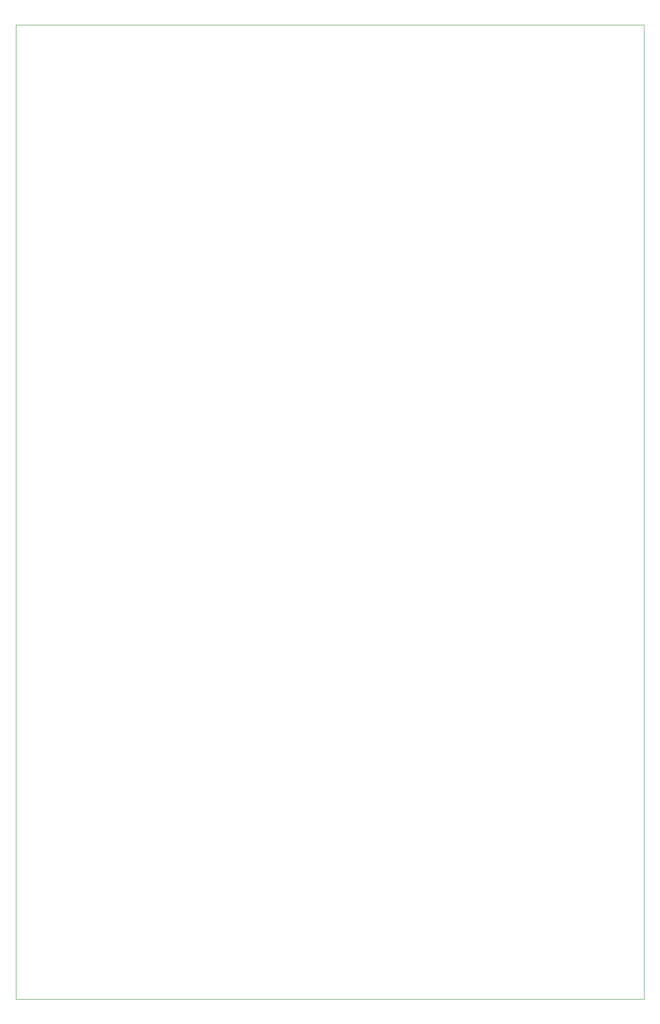
<source format=gbr>
%TF.GenerationSoftware,KiCad,Pcbnew,(6.0.4)*%
%TF.CreationDate,2023-01-30T21:52:44+01:00*%
%TF.ProjectId,Fader_Board,46616465-725f-4426-9f61-72642e6b6963,rev?*%
%TF.SameCoordinates,Original*%
%TF.FileFunction,Profile,NP*%
%FSLAX46Y46*%
G04 Gerber Fmt 4.6, Leading zero omitted, Abs format (unit mm)*
G04 Created by KiCad (PCBNEW (6.0.4)) date 2023-01-30 21:52:44*
%MOMM*%
%LPD*%
G01*
G04 APERTURE LIST*
%TA.AperFunction,Profile*%
%ADD10C,0.100000*%
%TD*%
G04 APERTURE END LIST*
D10*
X40000000Y-12000000D02*
X160000000Y-12000000D01*
X160000000Y-12000000D02*
X160000000Y-198000000D01*
X160000000Y-198000000D02*
X40000000Y-198000000D01*
X40000000Y-198000000D02*
X40000000Y-12000000D01*
M02*

</source>
